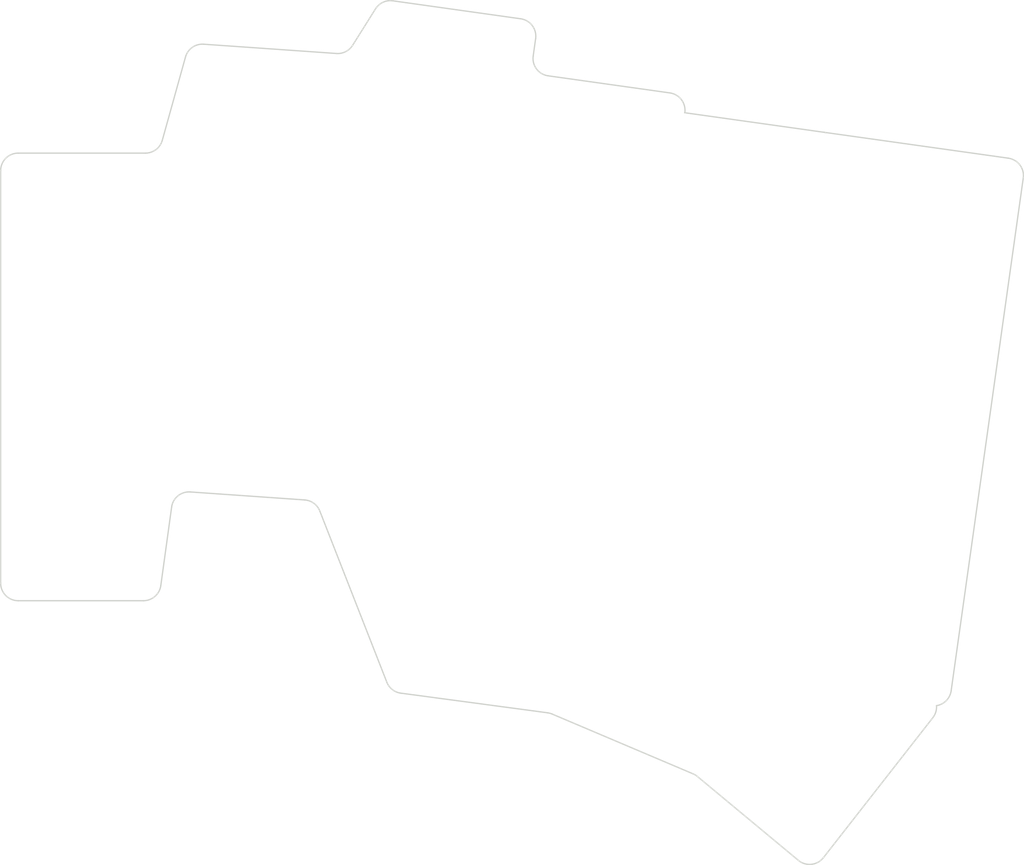
<source format=kicad_pcb>
(kicad_pcb (version 20241229) (generator "pcbnew") (generator_version "9.0")
  (title_block (title "squall-bottom-plate") (date "2026-01-01") (rev "v1.0.0") (company "Unknown"))
  (layers (0 "F.Cu" signal) (2 "B.Cu" signal) (13 "F.Paste" user) (15 "B.Paste" user) (5 "F.SilkS" user "F.Silkscreen") (7 "B.SilkS" user "B.Silkscreen") (1 "F.Mask" user) (3 "B.Mask" user) (25 "Edge.Cuts" user))
  (net 0 "")
  (footprint "ceoloide:mounting_hole_npth" (layer "F.Cu") (at 111.537886 58.542591 -4)
    (property "Reference" "MH1" (hide yes))
    (property "Value" "")
    (pad "" np_thru_hole circle (at 0 0 356) (size 2.2 2.2) (drill 2.2) (layers "*.Cu" "*.Mask"))
  )
  (footprint "ceoloide:mounting_hole_npth" (layer "F.Cu") (at 147.936685 101.552811 -8)
    (property "Reference" "MH4" (hide yes))
    (property "Value" "")
    (pad "" np_thru_hole circle (at 0 0 352) (size 2.2 2.2) (drill 2.2) (layers "*.Cu" "*.Mask"))
  )
  (footprint "ceoloide:mounting_hole_npth" (layer "F.Cu") (at 179.146004 109.630519 -23)
    (property "Reference" "MH3" (hide yes))
    (property "Value" "")
    (pad "" np_thru_hole circle (at 0 0 337) (size 2.2 2.2) (drill 2.2) (layers "*.Cu" "*.Mask"))
  )
  (footprint "ceoloide:mounting_hole_npth" (layer "F.Cu") (at 108.743414 89.904053 -4)
    (property "Reference" "MH5" (hide yes))
    (property "Value" "")
    (pad "" np_thru_hole circle (at 0 0 356) (size 2.2 2.2) (drill 2.2) (layers "*.Cu" "*.Mask"))
  )
  (footprint "ceoloide:mounting_hole_npth" (layer "F.Cu") (at 166.544636 67.157807 -8)
    (property "Reference" "MH2" (hide yes))
    (property "Value" "")
    (pad "" np_thru_hole circle (at 0 0 352) (size 2.2 2.2) (drill 2.2) (layers "*.Cu" "*.Mask"))
  )
  (gr_arc (start 205.750156 58.075775) (mid 207.069069 58.852684) (end 207.452346 60.334657) (stroke (width 0.15)) (layer "Edge.Cuts"))
  (gr_line (start 91 106.5) (end 91 59.5) (stroke (width 0.15)) (layer "Edge.Cuts"))
  (gr_line (start 199.241133 118.760473) (end 207.452346 60.334657) (stroke (width 0.15)) (layer "Edge.Cuts"))
  (gr_arc (start 125.62315 97.018855) (mid 126.668072 97.402447) (end 127.346129 98.285201) (stroke (width 0.15)) (layer "Edge.Cuts"))
  (gr_line (start 169.847073 128.225335) (end 153.797204 121.41257) (stroke (width 0.15)) (layer "Edge.Cuts"))
  (gr_arc (start 150.220207 42.192929) (mid 151.539173 42.969824) (end 151.922397 44.451812) (stroke (width 0.15)) (layer "Edge.Cuts"))
  (gr_line (start 205.750156 58.075775) (end 184.954526 55.15314) (stroke (width 0.15)) (layer "Edge.Cuts"))
  (gr_arc (start 110.469458 97.829779) (mid 111.189952 96.55005) (end 112.590271 96.107508) (stroke (width 0.15)) (layer "Edge.Cuts"))
  (gr_arc (start 169.847073 128.225335) (mid 170.106632 128.358631) (end 170.34403 128.528279) (stroke (width 0.15)) (layer "Edge.Cuts"))
  (gr_line (start 107.256555 108.5) (end 93 108.5) (stroke (width 0.15)) (layer "Edge.Cuts"))
  (gr_arc (start 184.855152 55.1417) (mid 184.904911 55.146798) (end 184.954526 55.15314) (stroke (width 0.15)) (layer "Edge.Cuts"))
  (gr_arc (start 109.237855 106.772856) (mid 108.57076 108.007583) (end 107.256555 108.5) (stroke (width 0.15)) (layer "Edge.Cuts"))
  (gr_line (start 131.08016 45.215968) (end 133.686927 41.063652) (stroke (width 0.15)) (layer "Edge.Cuts"))
  (gr_line (start 153.281208 121.271276) (end 136.571353 119.033525) (stroke (width 0.15)) (layer "Edge.Cuts"))
  (gr_arc (start 133.686927 41.063652) (mid 134.537458 40.313526) (end 135.659146 40.146505) (stroke (width 0.15)) (layer "Edge.Cuts"))
  (gr_line (start 125.62315 97.018855) (end 112.590271 96.107508) (stroke (width 0.15)) (layer "Edge.Cuts"))
  (gr_line (start 134.974328 117.780003) (end 127.346129 98.285201) (stroke (width 0.15)) (layer "Edge.Cuts"))
  (gr_arc (start 131.08016 45.215968) (mid 130.292403 45.935544) (end 129.246775 46.147707) (stroke (width 0.15)) (layer "Edge.Cuts"))
  (gr_line (start 109.407452 56.036374) (end 112.048778 46.548346) (stroke (width 0.15)) (layer "Edge.Cuts"))
  (gr_arc (start 136.571353 119.033525) (mid 135.601947 118.624481) (end 134.974328 117.780003) (stroke (width 0.15)) (layer "Edge.Cuts"))
  (gr_arc (start 199.241133 118.760474) (mid 198.687296 119.883721) (end 197.574049 120.457412) (stroke (width 0.15)) (layer "Edge.Cuts"))
  (gr_line (start 110.469458 97.829779) (end 109.237855 106.772856) (stroke (width 0.15)) (layer "Edge.Cuts"))
  (gr_arc (start 184.756473 55.125305) (mid 184.805915 55.132887) (end 184.855152 55.1417) (stroke (width 0.15)) (layer "Edge.Cuts"))
  (gr_arc (start 197.574049 120.457412) (mid 197.491702 121.182055) (end 197.154993 121.828978) (stroke (width 0.15)) (layer "Edge.Cuts"))
  (gr_arc (start 167.209994 50.639653) (mid 168.528894 51.416571) (end 168.912184 52.898536) (stroke (width 0.15)) (layer "Edge.Cuts"))
  (gr_arc (start 184.694881 137.777194) (mid 183.332562 138.534404) (end 181.840441 138.083937) (stroke (width 0.15)) (layer "Edge.Cuts"))
  (gr_arc (start 112.048778 46.548346) (mid 112.822022 45.450863) (end 114.115025 45.089592) (stroke (width 0.15)) (layer "Edge.Cuts"))
  (gr_line (start 181.840441 138.083937) (end 170.34403 128.528279) (stroke (width 0.15)) (layer "Edge.Cuts"))
  (gr_arc (start 153.281208 121.271276) (mid 153.54395 121.324596) (end 153.797204 121.41257) (stroke (width 0.15)) (layer "Edge.Cuts"))
  (gr_arc (start 109.407452 56.036374) (mid 108.690524 57.092607) (end 107.480718 57.5) (stroke (width 0.15)) (layer "Edge.Cuts"))
  (gr_arc (start 93 108.5) (mid 91.585786 107.914214) (end 91 106.5) (stroke (width 0.15)) (layer "Edge.Cuts"))
  (gr_line (start 151.922397 44.451811) (end 151.644051 46.432348) (stroke (width 0.15)) (layer "Edge.Cuts"))
  (gr_arc (start 153.346241 48.69123) (mid 152.027327 47.91432) (end 151.644051 46.432348) (stroke (width 0.15)) (layer "Edge.Cuts"))
  (gr_line (start 135.659146 40.146505) (end 150.220207 42.192929) (stroke (width 0.15)) (layer "Edge.Cuts"))
  (gr_line (start 197.154993 121.828978) (end 184.694881 137.777194) (stroke (width 0.15)) (layer "Edge.Cuts"))
  (gr_line (start 168.912184 52.898536) (end 184.756473 55.125305) (stroke (width 0.15)) (layer "Edge.Cuts"))
  (gr_line (start 114.115025 45.089592) (end 129.246775 46.147707) (stroke (width 0.15)) (layer "Edge.Cuts"))
  (gr_arc (start 91 59.5) (mid 91.585786 58.085786) (end 93 57.5) (stroke (width 0.15)) (layer "Edge.Cuts"))
  (gr_line (start 93 57.5) (end 107.480718 57.5) (stroke (width 0.15)) (layer "Edge.Cuts"))
  (gr_line (start 168.912184 52.898536) (end 168.912184 52.898536) (stroke (width 0.15)) (layer "Edge.Cuts"))
  (gr_line (start 153.346241 48.69123) (end 167.209994 50.639653) (stroke (width 0.15)) (layer "Edge.Cuts"))
)
</source>
